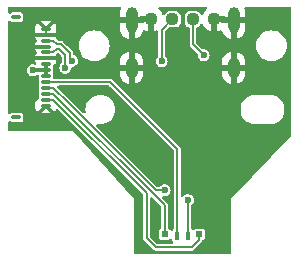
<source format=gbr>
%TF.GenerationSoftware,KiCad,Pcbnew,8.0.1*%
%TF.CreationDate,2024-03-21T19:56:43-04:00*%
%TF.ProjectId,001-v2,3030312d-7632-42e6-9b69-6361645f7063,rev?*%
%TF.SameCoordinates,Original*%
%TF.FileFunction,Copper,L1,Top*%
%TF.FilePolarity,Positive*%
%FSLAX46Y46*%
G04 Gerber Fmt 4.6, Leading zero omitted, Abs format (unit mm)*
G04 Created by KiCad (PCBNEW 8.0.1) date 2024-03-21 19:56:43*
%MOMM*%
%LPD*%
G01*
G04 APERTURE LIST*
G04 Aperture macros list*
%AMRoundRect*
0 Rectangle with rounded corners*
0 $1 Rounding radius*
0 $2 $3 $4 $5 $6 $7 $8 $9 X,Y pos of 4 corners*
0 Add a 4 corners polygon primitive as box body*
4,1,4,$2,$3,$4,$5,$6,$7,$8,$9,$2,$3,0*
0 Add four circle primitives for the rounded corners*
1,1,$1+$1,$2,$3*
1,1,$1+$1,$4,$5*
1,1,$1+$1,$6,$7*
1,1,$1+$1,$8,$9*
0 Add four rect primitives between the rounded corners*
20,1,$1+$1,$2,$3,$4,$5,0*
20,1,$1+$1,$4,$5,$6,$7,0*
20,1,$1+$1,$6,$7,$8,$9,0*
20,1,$1+$1,$8,$9,$2,$3,0*%
G04 Aperture macros list end*
%TA.AperFunction,SMDPad,CuDef*%
%ADD10RoundRect,0.237500X0.250000X0.237500X-0.250000X0.237500X-0.250000X-0.237500X0.250000X-0.237500X0*%
%TD*%
%TA.AperFunction,SMDPad,CuDef*%
%ADD11RoundRect,0.237500X-0.250000X-0.237500X0.250000X-0.237500X0.250000X0.237500X-0.250000X0.237500X0*%
%TD*%
%TA.AperFunction,SMDPad,CuDef*%
%ADD12R,0.600000X0.500000*%
%TD*%
%TA.AperFunction,SMDPad,CuDef*%
%ADD13R,0.440000X0.750000*%
%TD*%
%TA.AperFunction,SMDPad,CuDef*%
%ADD14RoundRect,0.100000X-0.300000X0.100000X-0.300000X-0.100000X0.300000X-0.100000X0.300000X0.100000X0*%
%TD*%
%TA.AperFunction,SMDPad,CuDef*%
%ADD15RoundRect,0.075000X-0.325000X0.075000X-0.325000X-0.075000X0.325000X-0.075000X0.325000X0.075000X0*%
%TD*%
%TA.AperFunction,ComponentPad*%
%ADD16O,1.000000X2.200000*%
%TD*%
%TA.AperFunction,ComponentPad*%
%ADD17O,1.000000X1.800000*%
%TD*%
%TA.AperFunction,ViaPad*%
%ADD18C,0.600000*%
%TD*%
%TA.AperFunction,Conductor*%
%ADD19C,0.300000*%
%TD*%
%TA.AperFunction,Conductor*%
%ADD20C,0.200000*%
%TD*%
%TA.AperFunction,Conductor*%
%ADD21C,0.150000*%
%TD*%
%TA.AperFunction,Conductor*%
%ADD22C,0.180000*%
%TD*%
G04 APERTURE END LIST*
D10*
%TO.P,R2,1*%
%TO.N,GND*%
X120038500Y-52070000D03*
%TO.P,R2,2*%
%TO.N,Net-(J1-CC2)*%
X118213500Y-52070000D03*
%TD*%
D11*
%TO.P,R1,1*%
%TO.N,GND*%
X114657500Y-52070000D03*
%TO.P,R1,2*%
%TO.N,Net-(J1-CC1)*%
X116482500Y-52070000D03*
%TD*%
D12*
%TO.P,D1,1,RK*%
%TO.N,RED*%
X115828000Y-70273000D03*
D13*
%TO.P,D1,2,A*%
%TO.N,ANNODE*%
X116898000Y-70398000D03*
%TO.P,D1,3,GK*%
%TO.N,GREEN*%
X117798000Y-70398000D03*
D12*
%TO.P,D1,4,BK*%
%TO.N,BLUE*%
X118748000Y-70273000D03*
%TD*%
D14*
%TO.P,J2,*%
%TO.N,*%
X103265600Y-51884000D03*
X103265600Y-60384000D03*
D15*
%TO.P,J2,1,Pin_1*%
%TO.N,GND*%
X105765600Y-52884000D03*
%TO.P,J2,2,Pin_2*%
X105765600Y-53384000D03*
%TO.P,J2,3,Pin_3*%
%TO.N,USBD+*%
X105765600Y-53884000D03*
%TO.P,J2,4,Pin_4*%
%TO.N,GND*%
X105765600Y-54384000D03*
%TO.P,J2,5,Pin_5*%
%TO.N,USBD-*%
X105765600Y-54884000D03*
%TO.P,J2,6,Pin_6*%
%TO.N,GND*%
X105765600Y-55384000D03*
%TO.P,J2,7,Pin_7*%
%TO.N,+5V*%
X105765600Y-55884000D03*
%TO.P,J2,8,Pin_8*%
X105765600Y-56384000D03*
%TO.P,J2,9,Pin_9*%
X105765600Y-56884000D03*
%TO.P,J2,10,Pin_10*%
%TO.N,ANNODE*%
X105765600Y-57384000D03*
%TO.P,J2,11,Pin_11*%
%TO.N,GREEN*%
X105765600Y-57884000D03*
%TO.P,J2,12,Pin_12*%
%TO.N,RED*%
X105765600Y-58384000D03*
%TO.P,J2,13,Pin_13*%
%TO.N,BLUE*%
X105765600Y-58884000D03*
%TO.P,J2,14,Pin_14*%
%TO.N,GND*%
X105765600Y-59384000D03*
%TD*%
D16*
%TO.P,J1,S1,SHIELD*%
%TO.N,GND*%
X113028000Y-52171500D03*
D17*
X113028000Y-56171500D03*
D16*
X121668000Y-52171500D03*
D17*
X121668000Y-56171500D03*
%TD*%
D18*
%TO.N,GND*%
X117602000Y-54864000D03*
X119888000Y-53848000D03*
X116078000Y-61214000D03*
X108458000Y-58674000D03*
X118872000Y-69088000D03*
X117856000Y-65786000D03*
X116078000Y-63500000D03*
X115062000Y-68580000D03*
X114046000Y-71374000D03*
X104394000Y-58166000D03*
X120904000Y-58674000D03*
X114808000Y-53594000D03*
X104140000Y-53340000D03*
X113538000Y-58674000D03*
X107950000Y-52070000D03*
X113284000Y-61976000D03*
%TO.N,Net-(J1-CC1)*%
X115570000Y-55626000D03*
%TO.N,Net-(J1-CC2)*%
X119126000Y-55118000D03*
%TO.N,+5V*%
X104648000Y-56388000D03*
%TO.N,USBD+*%
X107978843Y-55597157D03*
%TO.N,USBD-*%
X107413157Y-56162843D03*
%TO.N,GREEN*%
X115824000Y-66548000D03*
X117798000Y-67368000D03*
%TD*%
D19*
%TO.N,GND*%
X105765000Y-55384000D02*
X106922000Y-55384000D01*
X104184000Y-53384000D02*
X104140000Y-53340000D01*
D20*
X105765600Y-53384000D02*
X105765600Y-52884000D01*
D19*
X105765000Y-53384000D02*
X104184000Y-53384000D01*
X105765000Y-53384000D02*
X107144000Y-53384000D01*
X105765000Y-55384000D02*
X104152000Y-55384000D01*
X105765000Y-54384000D02*
X104648000Y-54384000D01*
D21*
%TO.N,Net-(J1-CC1)*%
X115570000Y-52982500D02*
X116482500Y-52070000D01*
X115570000Y-55626000D02*
X115570000Y-52982500D01*
%TO.N,Net-(J1-CC2)*%
X119126000Y-55118000D02*
X118213500Y-54205500D01*
X118213500Y-54205500D02*
X118213500Y-52070000D01*
D19*
%TO.N,+5V*%
X105765000Y-55884000D02*
X105765000Y-56884000D01*
X104652000Y-56384000D02*
X104648000Y-56388000D01*
X105765000Y-56384000D02*
X104652000Y-56384000D01*
D22*
%TO.N,USBD+*%
X106365001Y-53884000D02*
X106675001Y-54194000D01*
X107793158Y-54941834D02*
X107793158Y-55411472D01*
X105765000Y-53884000D02*
X106365001Y-53884000D01*
X107045324Y-54194000D02*
X107793158Y-54941834D01*
X107793158Y-55411472D02*
X107978843Y-55597157D01*
X106675001Y-54194000D02*
X107045324Y-54194000D01*
%TO.N,USBD-*%
X107413157Y-55099237D02*
X107413157Y-56162843D01*
X105765000Y-54884000D02*
X106365001Y-54884000D01*
X106365001Y-54884000D02*
X106675001Y-54574000D01*
X106887920Y-54574000D02*
X107413157Y-55099237D01*
X106675001Y-54574000D02*
X106887920Y-54574000D01*
D21*
%TO.N,ANNODE*%
X111232000Y-57384000D02*
X116898000Y-63050000D01*
X116898000Y-63050000D02*
X116898000Y-70398000D01*
X105765000Y-57384000D02*
X111232000Y-57384000D01*
%TO.N,GREEN*%
X106398000Y-57884000D02*
X107696000Y-59182000D01*
X115062000Y-66548000D02*
X115824000Y-66548000D01*
X117798000Y-67368000D02*
X117798000Y-70398000D01*
X113030000Y-64516000D02*
X115062000Y-66548000D01*
X105765000Y-57884000D02*
X106398000Y-57884000D01*
X107696000Y-59182000D02*
X113030000Y-64516000D01*
%TO.N,RED*%
X106390000Y-58384000D02*
X105765000Y-58384000D01*
X115828000Y-67822000D02*
X106390000Y-58384000D01*
X115828000Y-70273000D02*
X115828000Y-67822000D01*
%TO.N,BLUE*%
X115062000Y-71374000D02*
X118110000Y-71374000D01*
X105765000Y-58884000D02*
X106382000Y-58884000D01*
X114300000Y-66802000D02*
X114300000Y-70612000D01*
X118748000Y-70736000D02*
X118748000Y-70273000D01*
X118110000Y-71374000D02*
X118748000Y-70736000D01*
X114300000Y-70612000D02*
X115062000Y-71374000D01*
X106382000Y-58884000D02*
X114300000Y-66802000D01*
%TD*%
%TA.AperFunction,Conductor*%
%TO.N,GND*%
G36*
X114780703Y-67164764D02*
G01*
X114787181Y-67170796D01*
X115516181Y-67899796D01*
X115549666Y-67961119D01*
X115552500Y-67987477D01*
X115552500Y-69711934D01*
X115532815Y-69778973D01*
X115480011Y-69824728D01*
X115452691Y-69833551D01*
X115449770Y-69834131D01*
X115449769Y-69834132D01*
X115383447Y-69878447D01*
X115339132Y-69944769D01*
X115339131Y-69944770D01*
X115327500Y-70003247D01*
X115327500Y-70542752D01*
X115339131Y-70601229D01*
X115339132Y-70601230D01*
X115383447Y-70667552D01*
X115449769Y-70711867D01*
X115449770Y-70711868D01*
X115508247Y-70723499D01*
X115508250Y-70723500D01*
X115508252Y-70723500D01*
X116147750Y-70723500D01*
X116147751Y-70723499D01*
X116162568Y-70720552D01*
X116206229Y-70711868D01*
X116206229Y-70711867D01*
X116206231Y-70711867D01*
X116272552Y-70667552D01*
X116272551Y-70667552D01*
X116282707Y-70660767D01*
X116284810Y-70663915D01*
X116327142Y-70640801D01*
X116396834Y-70645785D01*
X116452767Y-70687657D01*
X116477184Y-70753121D01*
X116477500Y-70761967D01*
X116477500Y-70792752D01*
X116489132Y-70851230D01*
X116525467Y-70905609D01*
X116546345Y-70972287D01*
X116527860Y-71039667D01*
X116475882Y-71086357D01*
X116422365Y-71098500D01*
X115227478Y-71098500D01*
X115160439Y-71078815D01*
X115139797Y-71062181D01*
X114611819Y-70534203D01*
X114578334Y-70472880D01*
X114575500Y-70446522D01*
X114575500Y-67258477D01*
X114595185Y-67191438D01*
X114647989Y-67145683D01*
X114717147Y-67135739D01*
X114780703Y-67164764D01*
G37*
%TD.AperFunction*%
%TA.AperFunction,Conductor*%
G36*
X111133562Y-57679185D02*
G01*
X111154204Y-57695819D01*
X116586181Y-63127796D01*
X116619666Y-63189119D01*
X116622500Y-63215477D01*
X116622500Y-69752665D01*
X116602815Y-69819704D01*
X116567392Y-69855766D01*
X116566096Y-69856632D01*
X116533447Y-69878448D01*
X116506102Y-69919373D01*
X116452489Y-69964178D01*
X116383164Y-69972885D01*
X116320137Y-69942730D01*
X116299898Y-69919373D01*
X116272552Y-69878447D01*
X116206230Y-69834132D01*
X116206229Y-69834131D01*
X116203309Y-69833551D01*
X116197532Y-69830529D01*
X116194946Y-69829458D01*
X116195041Y-69829226D01*
X116141398Y-69801166D01*
X116106824Y-69740451D01*
X116103500Y-69711934D01*
X116103500Y-67767199D01*
X116096435Y-67750144D01*
X116096435Y-67750143D01*
X116061558Y-67665942D01*
X115655797Y-67260181D01*
X115622312Y-67198858D01*
X115627296Y-67129166D01*
X115669168Y-67073233D01*
X115734632Y-67048816D01*
X115743478Y-67048500D01*
X115895962Y-67048500D01*
X115895962Y-67048499D01*
X116034053Y-67007953D01*
X116155128Y-66930143D01*
X116249377Y-66821373D01*
X116309165Y-66690457D01*
X116329647Y-66548000D01*
X116309165Y-66405543D01*
X116249377Y-66274627D01*
X116155128Y-66165857D01*
X116034053Y-66088047D01*
X116034051Y-66088046D01*
X116034049Y-66088045D01*
X116034050Y-66088045D01*
X115895963Y-66047500D01*
X115895961Y-66047500D01*
X115752039Y-66047500D01*
X115752036Y-66047500D01*
X115613949Y-66088045D01*
X115492873Y-66165856D01*
X115437550Y-66229703D01*
X115378772Y-66267477D01*
X115343837Y-66272500D01*
X115227477Y-66272500D01*
X115160438Y-66252815D01*
X115139796Y-66236181D01*
X113280998Y-64377383D01*
X113280996Y-64377380D01*
X110061384Y-61157768D01*
X110027899Y-61096445D01*
X110032883Y-61026753D01*
X110074755Y-60970820D01*
X110140219Y-60946403D01*
X110159861Y-60946558D01*
X110347568Y-60962980D01*
X110364899Y-60964497D01*
X110364900Y-60964497D01*
X110364902Y-60964497D01*
X110393154Y-60962025D01*
X110582877Y-60945427D01*
X110794230Y-60888795D01*
X110992539Y-60796322D01*
X111171777Y-60670818D01*
X111326498Y-60516097D01*
X111452002Y-60336859D01*
X111544475Y-60138550D01*
X111601107Y-59927197D01*
X111620177Y-59709220D01*
X111620175Y-59709200D01*
X111616469Y-59666838D01*
X111601107Y-59491243D01*
X111544475Y-59279890D01*
X111452002Y-59081582D01*
X111452000Y-59081579D01*
X111451999Y-59081577D01*
X111326499Y-58902344D01*
X111267902Y-58843747D01*
X111171777Y-58747622D01*
X110992539Y-58622118D01*
X110992540Y-58622118D01*
X110992538Y-58622117D01*
X110893384Y-58575881D01*
X110794230Y-58529645D01*
X110794226Y-58529644D01*
X110794222Y-58529642D01*
X110582877Y-58473013D01*
X110364902Y-58453943D01*
X110364898Y-58453943D01*
X110219582Y-58466656D01*
X110146923Y-58473013D01*
X110146920Y-58473013D01*
X109935577Y-58529642D01*
X109935568Y-58529646D01*
X109737261Y-58622118D01*
X109737257Y-58622120D01*
X109558021Y-58747622D01*
X109403302Y-58902341D01*
X109277800Y-59081577D01*
X109277798Y-59081581D01*
X109185326Y-59279888D01*
X109185322Y-59279897D01*
X109128693Y-59491240D01*
X109128693Y-59491244D01*
X109109623Y-59709217D01*
X109109623Y-59709222D01*
X109127560Y-59914247D01*
X109113793Y-59982747D01*
X109065178Y-60032930D01*
X108997149Y-60048863D01*
X108931306Y-60025488D01*
X108916351Y-60012735D01*
X107946998Y-59043383D01*
X107946996Y-59043380D01*
X107362296Y-58458680D01*
X106774795Y-57871180D01*
X106741311Y-57809858D01*
X106746295Y-57740166D01*
X106788167Y-57684233D01*
X106853631Y-57659816D01*
X106862477Y-57659500D01*
X111066523Y-57659500D01*
X111133562Y-57679185D01*
G37*
%TD.AperFunction*%
%TA.AperFunction,Conductor*%
G36*
X112063583Y-51020185D02*
G01*
X112109338Y-51072989D01*
X112119282Y-51142147D01*
X112111105Y-51171952D01*
X112066430Y-51279806D01*
X112066427Y-51279818D01*
X112028000Y-51473004D01*
X112028000Y-51921500D01*
X112728000Y-51921500D01*
X112728000Y-52421500D01*
X112028000Y-52421500D01*
X112028000Y-52869995D01*
X112066427Y-53063181D01*
X112066430Y-53063193D01*
X112141807Y-53245171D01*
X112141814Y-53245184D01*
X112251248Y-53408962D01*
X112251251Y-53408966D01*
X112390533Y-53548248D01*
X112390537Y-53548251D01*
X112554315Y-53657685D01*
X112554328Y-53657692D01*
X112736308Y-53733069D01*
X112778000Y-53741362D01*
X112778000Y-52938488D01*
X112787940Y-52955705D01*
X112843795Y-53011560D01*
X112912204Y-53051056D01*
X112988504Y-53071500D01*
X113067496Y-53071500D01*
X113143796Y-53051056D01*
X113212205Y-53011560D01*
X113268060Y-52955705D01*
X113278000Y-52938488D01*
X113278000Y-53741362D01*
X113319690Y-53733069D01*
X113319692Y-53733069D01*
X113501671Y-53657692D01*
X113501684Y-53657685D01*
X113665462Y-53548251D01*
X113665466Y-53548248D01*
X113804748Y-53408966D01*
X113804751Y-53408962D01*
X113914185Y-53245184D01*
X113914192Y-53245171D01*
X113988150Y-53066618D01*
X114031990Y-53012214D01*
X114098284Y-52990149D01*
X114141715Y-52996364D01*
X114257348Y-53034680D01*
X114358351Y-53044999D01*
X114407499Y-53044998D01*
X114407500Y-53044998D01*
X114407500Y-52320000D01*
X114071000Y-52320000D01*
X114061646Y-52329353D01*
X114051315Y-52364539D01*
X113998511Y-52410294D01*
X113947000Y-52421500D01*
X113328000Y-52421500D01*
X113328000Y-51921500D01*
X113627000Y-51921500D01*
X113636353Y-51912146D01*
X113646685Y-51876961D01*
X113699489Y-51831206D01*
X113751000Y-51820000D01*
X114783500Y-51820000D01*
X114850539Y-51839685D01*
X114896294Y-51892489D01*
X114907500Y-51944000D01*
X114907500Y-53044999D01*
X114956640Y-53044999D01*
X114956654Y-53044998D01*
X115057650Y-53034681D01*
X115131495Y-53010211D01*
X115201324Y-53007809D01*
X115261366Y-53043540D01*
X115292559Y-53106061D01*
X115294500Y-53127917D01*
X115294500Y-55140397D01*
X115274815Y-55207436D01*
X115244941Y-55237313D01*
X115245577Y-55238047D01*
X115238874Y-55243855D01*
X115144623Y-55352626D01*
X115144622Y-55352628D01*
X115084834Y-55483543D01*
X115064353Y-55626000D01*
X115084834Y-55768456D01*
X115103670Y-55809700D01*
X115144623Y-55899373D01*
X115238872Y-56008143D01*
X115359947Y-56085953D01*
X115359950Y-56085954D01*
X115359949Y-56085954D01*
X115498036Y-56126499D01*
X115498038Y-56126500D01*
X115498039Y-56126500D01*
X115641962Y-56126500D01*
X115641962Y-56126499D01*
X115780053Y-56085953D01*
X115901128Y-56008143D01*
X115995377Y-55899373D01*
X116055165Y-55768457D01*
X116075647Y-55626000D01*
X116055165Y-55483543D01*
X115995377Y-55352627D01*
X115901128Y-55243857D01*
X115901125Y-55243855D01*
X115894423Y-55238047D01*
X115895552Y-55236743D01*
X115856701Y-55191898D01*
X115845500Y-55140397D01*
X115845500Y-53147977D01*
X115865185Y-53080938D01*
X115881819Y-53060296D01*
X116160296Y-52781819D01*
X116221619Y-52748334D01*
X116247977Y-52745500D01*
X116785260Y-52745500D01*
X116814849Y-52742725D01*
X116939475Y-52699116D01*
X117045711Y-52620711D01*
X117124116Y-52514475D01*
X117167725Y-52389849D01*
X117169803Y-52367688D01*
X117170500Y-52360260D01*
X117170500Y-51779739D01*
X117167725Y-51750150D01*
X117143255Y-51680220D01*
X117124116Y-51625525D01*
X117124113Y-51625521D01*
X117045711Y-51519289D01*
X117045710Y-51519288D01*
X116939476Y-51440884D01*
X116814848Y-51397274D01*
X116814849Y-51397274D01*
X116785260Y-51394500D01*
X116785256Y-51394500D01*
X116179744Y-51394500D01*
X116179740Y-51394500D01*
X116150150Y-51397274D01*
X116025523Y-51440884D01*
X115919289Y-51519288D01*
X115919288Y-51519289D01*
X115840884Y-51625523D01*
X115838439Y-51630150D01*
X115789707Y-51680220D01*
X115721641Y-51695994D01*
X115655852Y-51672466D01*
X115613227Y-51617104D01*
X115611106Y-51611205D01*
X115580454Y-51518701D01*
X115580448Y-51518688D01*
X115489947Y-51371965D01*
X115489944Y-51371961D01*
X115368037Y-51250054D01*
X115335586Y-51230038D01*
X115288862Y-51178090D01*
X115277641Y-51109127D01*
X115305485Y-51045045D01*
X115363554Y-51006190D01*
X115400684Y-51000500D01*
X119295316Y-51000500D01*
X119362355Y-51020185D01*
X119408110Y-51072989D01*
X119418054Y-51142147D01*
X119389029Y-51205703D01*
X119360414Y-51230038D01*
X119327962Y-51250054D01*
X119206055Y-51371961D01*
X119206052Y-51371965D01*
X119115551Y-51518688D01*
X119115546Y-51518699D01*
X119084893Y-51611206D01*
X119045120Y-51668651D01*
X118980605Y-51695474D01*
X118911829Y-51683159D01*
X118860629Y-51635616D01*
X118857557Y-51630144D01*
X118855117Y-51625529D01*
X118855116Y-51625525D01*
X118776711Y-51519289D01*
X118776710Y-51519288D01*
X118670476Y-51440884D01*
X118545848Y-51397274D01*
X118545849Y-51397274D01*
X118516260Y-51394500D01*
X118516256Y-51394500D01*
X117910744Y-51394500D01*
X117910740Y-51394500D01*
X117881150Y-51397274D01*
X117756523Y-51440884D01*
X117650289Y-51519288D01*
X117650288Y-51519289D01*
X117571884Y-51625523D01*
X117528274Y-51750150D01*
X117525500Y-51779739D01*
X117525500Y-52360260D01*
X117528274Y-52389849D01*
X117571884Y-52514476D01*
X117650288Y-52620710D01*
X117650289Y-52620711D01*
X117756525Y-52699116D01*
X117813296Y-52718981D01*
X117854955Y-52733559D01*
X117911731Y-52774281D01*
X117937478Y-52839234D01*
X117938000Y-52850600D01*
X117938000Y-54260300D01*
X117958264Y-54309220D01*
X117979943Y-54361558D01*
X117979944Y-54361559D01*
X118591048Y-54972663D01*
X118624533Y-55033986D01*
X118626105Y-55077989D01*
X118620353Y-55117998D01*
X118620353Y-55117999D01*
X118640834Y-55260456D01*
X118700622Y-55391371D01*
X118700623Y-55391373D01*
X118794872Y-55500143D01*
X118915947Y-55577953D01*
X118915950Y-55577954D01*
X118915949Y-55577954D01*
X119022039Y-55609104D01*
X119041056Y-55614688D01*
X119054036Y-55618499D01*
X119054038Y-55618500D01*
X119054039Y-55618500D01*
X119197962Y-55618500D01*
X119197962Y-55618499D01*
X119336053Y-55577953D01*
X119457128Y-55500143D01*
X119551377Y-55391373D01*
X119611165Y-55260457D01*
X119631647Y-55118000D01*
X119611165Y-54975543D01*
X119551377Y-54844627D01*
X119457128Y-54735857D01*
X119336053Y-54658047D01*
X119336051Y-54658046D01*
X119336049Y-54658045D01*
X119336050Y-54658045D01*
X119197963Y-54617500D01*
X119197961Y-54617500D01*
X119066477Y-54617500D01*
X118999438Y-54597815D01*
X118978796Y-54581181D01*
X118706835Y-54309220D01*
X123556652Y-54309220D01*
X123576484Y-54535906D01*
X123576486Y-54535917D01*
X123635378Y-54755708D01*
X123635381Y-54755717D01*
X123731551Y-54961952D01*
X123731552Y-54961954D01*
X123862074Y-55148361D01*
X124022978Y-55309265D01*
X124022981Y-55309267D01*
X124209386Y-55439788D01*
X124415624Y-55535959D01*
X124635428Y-55594855D01*
X124797350Y-55609021D01*
X124862118Y-55614688D01*
X124862120Y-55614688D01*
X124862122Y-55614688D01*
X124918793Y-55609729D01*
X125088812Y-55594855D01*
X125308616Y-55535959D01*
X125514854Y-55439788D01*
X125701259Y-55309267D01*
X125862167Y-55148359D01*
X125992688Y-54961954D01*
X126088859Y-54755716D01*
X126147755Y-54535912D01*
X126167588Y-54309220D01*
X126147755Y-54082528D01*
X126094510Y-53883815D01*
X126088861Y-53862731D01*
X126088858Y-53862722D01*
X126063580Y-53808514D01*
X125992688Y-53656486D01*
X125862167Y-53470081D01*
X125862165Y-53470078D01*
X125701261Y-53309174D01*
X125514854Y-53178652D01*
X125514852Y-53178651D01*
X125308617Y-53082481D01*
X125308608Y-53082478D01*
X125088817Y-53023586D01*
X125088813Y-53023585D01*
X125088812Y-53023585D01*
X125088811Y-53023584D01*
X125088806Y-53023584D01*
X124862122Y-53003752D01*
X124862118Y-53003752D01*
X124635433Y-53023584D01*
X124635422Y-53023586D01*
X124415631Y-53082478D01*
X124415622Y-53082481D01*
X124209387Y-53178651D01*
X124209385Y-53178652D01*
X124022978Y-53309174D01*
X123862074Y-53470078D01*
X123731552Y-53656485D01*
X123731551Y-53656487D01*
X123635381Y-53862722D01*
X123635378Y-53862731D01*
X123576486Y-54082522D01*
X123576484Y-54082533D01*
X123556652Y-54309218D01*
X123556652Y-54309220D01*
X118706835Y-54309220D01*
X118525319Y-54127704D01*
X118491834Y-54066381D01*
X118489000Y-54040023D01*
X118489000Y-52850600D01*
X118508685Y-52783561D01*
X118561489Y-52737806D01*
X118572045Y-52733559D01*
X118603833Y-52722435D01*
X118670475Y-52699116D01*
X118776711Y-52620711D01*
X118855116Y-52514475D01*
X118855117Y-52514470D01*
X118857555Y-52509859D01*
X118906282Y-52459785D01*
X118974346Y-52444004D01*
X119040138Y-52467526D01*
X119082767Y-52522884D01*
X119084893Y-52528793D01*
X119115546Y-52621300D01*
X119115551Y-52621311D01*
X119206052Y-52768034D01*
X119206055Y-52768038D01*
X119327961Y-52889944D01*
X119327965Y-52889947D01*
X119474688Y-52980448D01*
X119474699Y-52980453D01*
X119638347Y-53034680D01*
X119739351Y-53044999D01*
X119788499Y-53044998D01*
X119788500Y-53044998D01*
X119788500Y-51944000D01*
X119808185Y-51876961D01*
X119860989Y-51831206D01*
X119912500Y-51820000D01*
X120945000Y-51820000D01*
X121012039Y-51839685D01*
X121057794Y-51892489D01*
X121062744Y-51915244D01*
X121069000Y-51921500D01*
X121368000Y-51921500D01*
X121368000Y-52421500D01*
X120749000Y-52421500D01*
X120681961Y-52401815D01*
X120636206Y-52349011D01*
X120631255Y-52326255D01*
X120625000Y-52320000D01*
X120288500Y-52320000D01*
X120288500Y-53044999D01*
X120337640Y-53044999D01*
X120337654Y-53044998D01*
X120438652Y-53034680D01*
X120554284Y-52996364D01*
X120624112Y-52993962D01*
X120684154Y-53029694D01*
X120707849Y-53066618D01*
X120781807Y-53245171D01*
X120781814Y-53245184D01*
X120891248Y-53408962D01*
X120891251Y-53408966D01*
X121030533Y-53548248D01*
X121030537Y-53548251D01*
X121194315Y-53657685D01*
X121194328Y-53657692D01*
X121376308Y-53733069D01*
X121418000Y-53741362D01*
X121418000Y-52938488D01*
X121427940Y-52955705D01*
X121483795Y-53011560D01*
X121552204Y-53051056D01*
X121628504Y-53071500D01*
X121707496Y-53071500D01*
X121783796Y-53051056D01*
X121852205Y-53011560D01*
X121908060Y-52955705D01*
X121918000Y-52938488D01*
X121918000Y-53741362D01*
X121959690Y-53733069D01*
X121959692Y-53733069D01*
X122141671Y-53657692D01*
X122141684Y-53657685D01*
X122305462Y-53548251D01*
X122305466Y-53548248D01*
X122444748Y-53408966D01*
X122444751Y-53408962D01*
X122554185Y-53245184D01*
X122554192Y-53245171D01*
X122629569Y-53063193D01*
X122629572Y-53063181D01*
X122667999Y-52869995D01*
X122668000Y-52869992D01*
X122668000Y-52421500D01*
X121968000Y-52421500D01*
X121968000Y-51921500D01*
X122668000Y-51921500D01*
X122668000Y-51473008D01*
X122667999Y-51473004D01*
X122629572Y-51279818D01*
X122629569Y-51279806D01*
X122584895Y-51171952D01*
X122577426Y-51102483D01*
X122608701Y-51040004D01*
X122668790Y-51004352D01*
X122699456Y-51000500D01*
X126421500Y-51000500D01*
X126488539Y-51020185D01*
X126534294Y-51072989D01*
X126545500Y-51124500D01*
X126545500Y-61846192D01*
X126525815Y-61913231D01*
X126511290Y-61931712D01*
X121523552Y-67168463D01*
X121521446Y-67170622D01*
X121495826Y-67196243D01*
X121495452Y-67196834D01*
X121493803Y-67199368D01*
X121493409Y-67199957D01*
X121480368Y-67233741D01*
X121479251Y-67236534D01*
X121465393Y-67269992D01*
X121465269Y-67270710D01*
X121464719Y-67273661D01*
X121464580Y-67274355D01*
X121465463Y-67310557D01*
X121465500Y-67313578D01*
X121465500Y-71811500D01*
X121445815Y-71878539D01*
X121393011Y-71924294D01*
X121341500Y-71935500D01*
X113354500Y-71935500D01*
X113287461Y-71915815D01*
X113241706Y-71863011D01*
X113230500Y-71811500D01*
X113230500Y-67317726D01*
X113230640Y-67311830D01*
X113230701Y-67310557D01*
X113232170Y-67279700D01*
X113232169Y-67279696D01*
X113231869Y-67277690D01*
X113231765Y-67276296D01*
X113231271Y-67273461D01*
X113230894Y-67272103D01*
X113230500Y-67270121D01*
X113230500Y-67270118D01*
X113218183Y-67240384D01*
X113216067Y-67234907D01*
X113212701Y-67225543D01*
X113205186Y-67204639D01*
X113205184Y-67204637D01*
X113204143Y-67202904D01*
X113203512Y-67201652D01*
X113201964Y-67199212D01*
X113201096Y-67198102D01*
X113199977Y-67196427D01*
X113194988Y-67191438D01*
X113177226Y-67173676D01*
X113173174Y-67169426D01*
X113168936Y-67164764D01*
X108132453Y-61624635D01*
X108121098Y-61610106D01*
X108119975Y-61608425D01*
X108097211Y-61585661D01*
X108093160Y-61581412D01*
X108071531Y-61557620D01*
X108069902Y-61556416D01*
X108068826Y-61555489D01*
X108066492Y-61553848D01*
X108065270Y-61553157D01*
X108063576Y-61552025D01*
X108063574Y-61552024D01*
X108033840Y-61539707D01*
X108028468Y-61537330D01*
X107999375Y-61523624D01*
X107997413Y-61523136D01*
X107996080Y-61522696D01*
X107993269Y-61522067D01*
X107991882Y-61521897D01*
X107989886Y-61521500D01*
X107989882Y-61521500D01*
X107957728Y-61521500D01*
X107951830Y-61521360D01*
X107919698Y-61519829D01*
X107917697Y-61520130D01*
X107899315Y-61521500D01*
X102686500Y-61521500D01*
X102619461Y-61501815D01*
X102573706Y-61449011D01*
X102562500Y-61397500D01*
X102562500Y-60805233D01*
X102582185Y-60738194D01*
X102634989Y-60692439D01*
X102704147Y-60682495D01*
X102767703Y-60711520D01*
X102774181Y-60717552D01*
X102792835Y-60736206D01*
X102895609Y-60781585D01*
X102920735Y-60784500D01*
X103610464Y-60784499D01*
X103610479Y-60784497D01*
X103610482Y-60784497D01*
X103635587Y-60781586D01*
X103635588Y-60781585D01*
X103635591Y-60781585D01*
X103738365Y-60736206D01*
X103817806Y-60656765D01*
X103863185Y-60553991D01*
X103866100Y-60528865D01*
X103866099Y-60239136D01*
X103866097Y-60239117D01*
X103863186Y-60214012D01*
X103863185Y-60214010D01*
X103863185Y-60214009D01*
X103817806Y-60111235D01*
X103738365Y-60031794D01*
X103723549Y-60025252D01*
X105336478Y-60025252D01*
X105402904Y-60033999D01*
X105402916Y-60034000D01*
X106128284Y-60034000D01*
X106128295Y-60033999D01*
X106194720Y-60025253D01*
X106194720Y-60025252D01*
X105765601Y-59596132D01*
X105765600Y-59596132D01*
X105336478Y-60025252D01*
X103723549Y-60025252D01*
X103635592Y-59986415D01*
X103610465Y-59983500D01*
X102920743Y-59983500D01*
X102920717Y-59983502D01*
X102895612Y-59986413D01*
X102895608Y-59986415D01*
X102792835Y-60031793D01*
X102792834Y-60031794D01*
X102774181Y-60050448D01*
X102712858Y-60083933D01*
X102643166Y-60078949D01*
X102587233Y-60037077D01*
X102562816Y-59971613D01*
X102562500Y-59962767D01*
X102562500Y-56388000D01*
X104142353Y-56388000D01*
X104162834Y-56530456D01*
X104184573Y-56578056D01*
X104222623Y-56661373D01*
X104316872Y-56770143D01*
X104437947Y-56847953D01*
X104437950Y-56847954D01*
X104437949Y-56847954D01*
X104576036Y-56888499D01*
X104576038Y-56888500D01*
X104576039Y-56888500D01*
X104719962Y-56888500D01*
X104719962Y-56888499D01*
X104858050Y-56847954D01*
X104858051Y-56847954D01*
X104891898Y-56826202D01*
X104974062Y-56773398D01*
X105041099Y-56753714D01*
X105108139Y-56773398D01*
X105153894Y-56826202D01*
X105165100Y-56877713D01*
X105165100Y-56986129D01*
X105181086Y-57066498D01*
X105185759Y-57077780D01*
X105184314Y-57078378D01*
X105201036Y-57131788D01*
X105185082Y-57189938D01*
X105185759Y-57190219D01*
X105183526Y-57195609D01*
X105182550Y-57199168D01*
X105181150Y-57201345D01*
X105181084Y-57201505D01*
X105165100Y-57281863D01*
X105165100Y-57486129D01*
X105181086Y-57566498D01*
X105185759Y-57577780D01*
X105184314Y-57578378D01*
X105201036Y-57631788D01*
X105185082Y-57689938D01*
X105185759Y-57690219D01*
X105183526Y-57695609D01*
X105182550Y-57699168D01*
X105181150Y-57701345D01*
X105181084Y-57701505D01*
X105165100Y-57781863D01*
X105165100Y-57986129D01*
X105181086Y-58066498D01*
X105185759Y-58077780D01*
X105184314Y-58078378D01*
X105201036Y-58131788D01*
X105185082Y-58189938D01*
X105185759Y-58190219D01*
X105183526Y-58195609D01*
X105182550Y-58199168D01*
X105181150Y-58201345D01*
X105181084Y-58201505D01*
X105165100Y-58281863D01*
X105165100Y-58486129D01*
X105165101Y-58486132D01*
X105179817Y-58560122D01*
X105181086Y-58566498D01*
X105185759Y-58577780D01*
X105184314Y-58578378D01*
X105201036Y-58631788D01*
X105185082Y-58689938D01*
X105185759Y-58690219D01*
X105183526Y-58695609D01*
X105182550Y-58699168D01*
X105181150Y-58701345D01*
X105181084Y-58701504D01*
X105165105Y-58781836D01*
X105132720Y-58843747D01*
X105072004Y-58878321D01*
X105055536Y-58879696D01*
X105030503Y-58898905D01*
X104938338Y-59019018D01*
X104938336Y-59019020D01*
X104880401Y-59158891D01*
X104880400Y-59158895D01*
X104865600Y-59271302D01*
X104865600Y-59496697D01*
X104880400Y-59609104D01*
X104880401Y-59609108D01*
X104938336Y-59748978D01*
X105030508Y-59869098D01*
X105051930Y-59885536D01*
X105553468Y-59384000D01*
X105553468Y-59358499D01*
X105573153Y-59291460D01*
X105625957Y-59245705D01*
X105677465Y-59234499D01*
X105776870Y-59234499D01*
X105843908Y-59254184D01*
X105864550Y-59270818D01*
X106479266Y-59885535D01*
X106500696Y-59869093D01*
X106592861Y-59748981D01*
X106592863Y-59748979D01*
X106599314Y-59733404D01*
X106643153Y-59678999D01*
X106709447Y-59656932D01*
X106777146Y-59674209D01*
X106801557Y-59693172D01*
X113988181Y-66879796D01*
X114021666Y-66941119D01*
X114024500Y-66967477D01*
X114024500Y-70666800D01*
X114066443Y-70768058D01*
X114066444Y-70768059D01*
X114905942Y-71607558D01*
X114905944Y-71607560D01*
X114984257Y-71639997D01*
X115007200Y-71649500D01*
X115007202Y-71649500D01*
X118164799Y-71649500D01*
X118164800Y-71649500D01*
X118266058Y-71607557D01*
X118343557Y-71530058D01*
X118343556Y-71530058D01*
X118402125Y-71471489D01*
X118981557Y-70892059D01*
X118998468Y-70851231D01*
X119023500Y-70790800D01*
X119023500Y-70790799D01*
X119024543Y-70788282D01*
X119068384Y-70733879D01*
X119114911Y-70714118D01*
X119126231Y-70711867D01*
X119192552Y-70667552D01*
X119236867Y-70601231D01*
X119236867Y-70601229D01*
X119236868Y-70601229D01*
X119248499Y-70542752D01*
X119248500Y-70542750D01*
X119248500Y-70003249D01*
X119248499Y-70003247D01*
X119236868Y-69944770D01*
X119236867Y-69944769D01*
X119192552Y-69878447D01*
X119126230Y-69834132D01*
X119126229Y-69834131D01*
X119067752Y-69822500D01*
X119067748Y-69822500D01*
X118428252Y-69822500D01*
X118428247Y-69822500D01*
X118369770Y-69834131D01*
X118369766Y-69834133D01*
X118301890Y-69879487D01*
X118235213Y-69900365D01*
X118167833Y-69881880D01*
X118164110Y-69879488D01*
X118128610Y-69855768D01*
X118083805Y-69802156D01*
X118073500Y-69752665D01*
X118073500Y-67853601D01*
X118093185Y-67786562D01*
X118123063Y-67756685D01*
X118122426Y-67755950D01*
X118129120Y-67750147D01*
X118129128Y-67750143D01*
X118223377Y-67641373D01*
X118283165Y-67510457D01*
X118303647Y-67368000D01*
X118283165Y-67225543D01*
X118223377Y-67094627D01*
X118129128Y-66985857D01*
X118008053Y-66908047D01*
X118008051Y-66908046D01*
X118008049Y-66908045D01*
X118008050Y-66908045D01*
X117869963Y-66867500D01*
X117869961Y-66867500D01*
X117726039Y-66867500D01*
X117726036Y-66867500D01*
X117587949Y-66908045D01*
X117466873Y-66985856D01*
X117391213Y-67073173D01*
X117332435Y-67110947D01*
X117262565Y-67110947D01*
X117203787Y-67073173D01*
X117174762Y-67009617D01*
X117173500Y-66991970D01*
X117173500Y-62995201D01*
X117173500Y-62995200D01*
X117131557Y-62893942D01*
X117054058Y-62816443D01*
X113946820Y-59709205D01*
X122260094Y-59709205D01*
X122277207Y-59915730D01*
X122328082Y-60116633D01*
X122411331Y-60306423D01*
X122470166Y-60396476D01*
X122524682Y-60479918D01*
X122665043Y-60632391D01*
X122665046Y-60632393D01*
X122665049Y-60632396D01*
X122709404Y-60666918D01*
X122828586Y-60759682D01*
X122828589Y-60759684D01*
X122828591Y-60759685D01*
X122896291Y-60796322D01*
X123010850Y-60858318D01*
X123099621Y-60888793D01*
X123206859Y-60925608D01*
X123206861Y-60925608D01*
X123206863Y-60925609D01*
X123411279Y-60959720D01*
X123411280Y-60959720D01*
X124766740Y-60959720D01*
X124767148Y-60959680D01*
X124818517Y-60959680D01*
X124818518Y-60959680D01*
X125022927Y-60925570D01*
X125218934Y-60858281D01*
X125401192Y-60759648D01*
X125564730Y-60632361D01*
X125705087Y-60479893D01*
X125818434Y-60306403D01*
X125901679Y-60116622D01*
X125952553Y-59915728D01*
X125952676Y-59914247D01*
X125969666Y-59709206D01*
X125969666Y-59709193D01*
X125952554Y-59502679D01*
X125952553Y-59502676D01*
X125952553Y-59502672D01*
X125901679Y-59301778D01*
X125818434Y-59111997D01*
X125818420Y-59111976D01*
X125705088Y-58938509D01*
X125705087Y-58938507D01*
X125564730Y-58786039D01*
X125401192Y-58658752D01*
X125401191Y-58658751D01*
X125401188Y-58658749D01*
X125401186Y-58658748D01*
X125218940Y-58560122D01*
X125218937Y-58560120D01*
X125218934Y-58560119D01*
X125218931Y-58560118D01*
X125218929Y-58560117D01*
X125022930Y-58492830D01*
X124869620Y-58467247D01*
X124818518Y-58458720D01*
X124818517Y-58458720D01*
X123566302Y-58458720D01*
X123566166Y-58458680D01*
X123514900Y-58458680D01*
X123411279Y-58458680D01*
X123370395Y-58465502D01*
X123206859Y-58492791D01*
X123010854Y-58560080D01*
X123010843Y-58560085D01*
X122828591Y-58658714D01*
X122828582Y-58658721D01*
X122665049Y-58786003D01*
X122665046Y-58786006D01*
X122665043Y-58786008D01*
X122665043Y-58786009D01*
X122634057Y-58819668D01*
X122524683Y-58938480D01*
X122524680Y-58938484D01*
X122411331Y-59111976D01*
X122328082Y-59301766D01*
X122277207Y-59502669D01*
X122260094Y-59709194D01*
X122260094Y-59709205D01*
X113946820Y-59709205D01*
X111388058Y-57150443D01*
X111286800Y-57108500D01*
X106490100Y-57108500D01*
X106423061Y-57088815D01*
X106377306Y-57036011D01*
X106366100Y-56984501D01*
X106366099Y-56781870D01*
X106366099Y-56781868D01*
X106350115Y-56701505D01*
X106350113Y-56701502D01*
X106345441Y-56690222D01*
X106346885Y-56689623D01*
X106340740Y-56669995D01*
X112028000Y-56669995D01*
X112066427Y-56863181D01*
X112066430Y-56863193D01*
X112141807Y-57045171D01*
X112141814Y-57045184D01*
X112251248Y-57208962D01*
X112251251Y-57208966D01*
X112390533Y-57348248D01*
X112390537Y-57348251D01*
X112554315Y-57457685D01*
X112554328Y-57457692D01*
X112736308Y-57533069D01*
X112778000Y-57541362D01*
X112778000Y-56738488D01*
X112787940Y-56755705D01*
X112843795Y-56811560D01*
X112912204Y-56851056D01*
X112988504Y-56871500D01*
X113067496Y-56871500D01*
X113143796Y-56851056D01*
X113212205Y-56811560D01*
X113268060Y-56755705D01*
X113278000Y-56738488D01*
X113278000Y-57541362D01*
X113319690Y-57533069D01*
X113319692Y-57533069D01*
X113501671Y-57457692D01*
X113501684Y-57457685D01*
X113665462Y-57348251D01*
X113665466Y-57348248D01*
X113804748Y-57208966D01*
X113804751Y-57208962D01*
X113914185Y-57045184D01*
X113914192Y-57045171D01*
X113989569Y-56863193D01*
X113989572Y-56863181D01*
X114027999Y-56669995D01*
X120668000Y-56669995D01*
X120706427Y-56863181D01*
X120706430Y-56863193D01*
X120781807Y-57045171D01*
X120781814Y-57045184D01*
X120891248Y-57208962D01*
X120891251Y-57208966D01*
X121030533Y-57348248D01*
X121030537Y-57348251D01*
X121194315Y-57457685D01*
X121194328Y-57457692D01*
X121376308Y-57533069D01*
X121418000Y-57541362D01*
X121418000Y-56738488D01*
X121427940Y-56755705D01*
X121483795Y-56811560D01*
X121552204Y-56851056D01*
X121628504Y-56871500D01*
X121707496Y-56871500D01*
X121783796Y-56851056D01*
X121852205Y-56811560D01*
X121908060Y-56755705D01*
X121918000Y-56738488D01*
X121918000Y-57541362D01*
X121959690Y-57533069D01*
X121959692Y-57533069D01*
X122141671Y-57457692D01*
X122141684Y-57457685D01*
X122305462Y-57348251D01*
X122305466Y-57348248D01*
X122444748Y-57208966D01*
X122444751Y-57208962D01*
X122554185Y-57045184D01*
X122554192Y-57045171D01*
X122629569Y-56863193D01*
X122629572Y-56863181D01*
X122667999Y-56669995D01*
X122668000Y-56669992D01*
X122668000Y-56421500D01*
X121968000Y-56421500D01*
X121968000Y-55921500D01*
X122668000Y-55921500D01*
X122668000Y-55673008D01*
X122667999Y-55673004D01*
X122629572Y-55479818D01*
X122629569Y-55479806D01*
X122554192Y-55297828D01*
X122554185Y-55297815D01*
X122444751Y-55134037D01*
X122444748Y-55134033D01*
X122305466Y-54994751D01*
X122305462Y-54994748D01*
X122141684Y-54885314D01*
X122141671Y-54885307D01*
X121959691Y-54809929D01*
X121959683Y-54809927D01*
X121918000Y-54801635D01*
X121918000Y-55604511D01*
X121908060Y-55587295D01*
X121852205Y-55531440D01*
X121783796Y-55491944D01*
X121707496Y-55471500D01*
X121628504Y-55471500D01*
X121552204Y-55491944D01*
X121483795Y-55531440D01*
X121427940Y-55587295D01*
X121418000Y-55604511D01*
X121418000Y-54801636D01*
X121417999Y-54801635D01*
X121376316Y-54809927D01*
X121376308Y-54809929D01*
X121194328Y-54885307D01*
X121194315Y-54885314D01*
X121030537Y-54994748D01*
X121030533Y-54994751D01*
X120891251Y-55134033D01*
X120891248Y-55134037D01*
X120781814Y-55297815D01*
X120781807Y-55297828D01*
X120706430Y-55479806D01*
X120706427Y-55479818D01*
X120668000Y-55673004D01*
X120668000Y-55921500D01*
X121368000Y-55921500D01*
X121368000Y-56421500D01*
X120668000Y-56421500D01*
X120668000Y-56669995D01*
X114027999Y-56669995D01*
X114028000Y-56669992D01*
X114028000Y-56421500D01*
X113328000Y-56421500D01*
X113328000Y-55921500D01*
X114028000Y-55921500D01*
X114028000Y-55673008D01*
X114027999Y-55673004D01*
X113989572Y-55479818D01*
X113989569Y-55479806D01*
X113914192Y-55297828D01*
X113914185Y-55297815D01*
X113804751Y-55134037D01*
X113804748Y-55134033D01*
X113665466Y-54994751D01*
X113665462Y-54994748D01*
X113501684Y-54885314D01*
X113501671Y-54885307D01*
X113319691Y-54809929D01*
X113319683Y-54809927D01*
X113278000Y-54801635D01*
X113278000Y-55604511D01*
X113268060Y-55587295D01*
X113212205Y-55531440D01*
X113143796Y-55491944D01*
X113067496Y-55471500D01*
X112988504Y-55471500D01*
X112912204Y-55491944D01*
X112843795Y-55531440D01*
X112787940Y-55587295D01*
X112778000Y-55604511D01*
X112778000Y-54801636D01*
X112777999Y-54801635D01*
X112736316Y-54809927D01*
X112736308Y-54809929D01*
X112554328Y-54885307D01*
X112554315Y-54885314D01*
X112390537Y-54994748D01*
X112390533Y-54994751D01*
X112251251Y-55134033D01*
X112251248Y-55134037D01*
X112141814Y-55297815D01*
X112141807Y-55297828D01*
X112066430Y-55479806D01*
X112066427Y-55479818D01*
X112028000Y-55673004D01*
X112028000Y-55921500D01*
X112728000Y-55921500D01*
X112728000Y-56421500D01*
X112028000Y-56421500D01*
X112028000Y-56669995D01*
X106340740Y-56669995D01*
X106330163Y-56636211D01*
X106346117Y-56578056D01*
X106345442Y-56577777D01*
X106347670Y-56572396D01*
X106348649Y-56568831D01*
X106350052Y-56566647D01*
X106350116Y-56566493D01*
X106366099Y-56486136D01*
X106366100Y-56486133D01*
X106366099Y-56281868D01*
X106350115Y-56201505D01*
X106350113Y-56201502D01*
X106345441Y-56190222D01*
X106346885Y-56189623D01*
X106330163Y-56136211D01*
X106346117Y-56078056D01*
X106345442Y-56077777D01*
X106347670Y-56072396D01*
X106348649Y-56068831D01*
X106350052Y-56066647D01*
X106350114Y-56066497D01*
X106350114Y-56066496D01*
X106350115Y-56066495D01*
X106366094Y-55986163D01*
X106398478Y-55924253D01*
X106459194Y-55889679D01*
X106475659Y-55888304D01*
X106500696Y-55869093D01*
X106592861Y-55748981D01*
X106592863Y-55748979D01*
X106650798Y-55609108D01*
X106650799Y-55609104D01*
X106665599Y-55496697D01*
X106665600Y-55496683D01*
X106665600Y-55271316D01*
X106665599Y-55271302D01*
X106650800Y-55158897D01*
X106638611Y-55129471D01*
X106631142Y-55060002D01*
X106662416Y-54997522D01*
X106665422Y-54994407D01*
X106693783Y-54966046D01*
X106755101Y-54932564D01*
X106824793Y-54937548D01*
X106869140Y-54966049D01*
X107086338Y-55183247D01*
X107119823Y-55244570D01*
X107122657Y-55270928D01*
X107122657Y-55688866D01*
X107102972Y-55755905D01*
X107087528Y-55773730D01*
X107087837Y-55773998D01*
X107082030Y-55780699D01*
X107082029Y-55780700D01*
X107056901Y-55809700D01*
X106987780Y-55889469D01*
X106987779Y-55889471D01*
X106927991Y-56020386D01*
X106907510Y-56162843D01*
X106927991Y-56305299D01*
X106965760Y-56388000D01*
X106987780Y-56436216D01*
X107082029Y-56544986D01*
X107203104Y-56622796D01*
X107203107Y-56622797D01*
X107203106Y-56622797D01*
X107341193Y-56663342D01*
X107341195Y-56663343D01*
X107341196Y-56663343D01*
X107485119Y-56663343D01*
X107485119Y-56663342D01*
X107623210Y-56622796D01*
X107744285Y-56544986D01*
X107838534Y-56436216D01*
X107898322Y-56305300D01*
X107912885Y-56204009D01*
X107941910Y-56140455D01*
X108000688Y-56102680D01*
X108035623Y-56097657D01*
X108050805Y-56097657D01*
X108050805Y-56097656D01*
X108188896Y-56057110D01*
X108309971Y-55979300D01*
X108404220Y-55870530D01*
X108464008Y-55739614D01*
X108484490Y-55597157D01*
X108464008Y-55454700D01*
X108404220Y-55323784D01*
X108309971Y-55215014D01*
X108188896Y-55137204D01*
X108188894Y-55137203D01*
X108172720Y-55132454D01*
X108113943Y-55094678D01*
X108084920Y-55031122D01*
X108083658Y-55013478D01*
X108083658Y-54903591D01*
X108083658Y-54903589D01*
X108063861Y-54829705D01*
X108025616Y-54763463D01*
X107971529Y-54709376D01*
X107571373Y-54309220D01*
X108556652Y-54309220D01*
X108576484Y-54535906D01*
X108576486Y-54535917D01*
X108635378Y-54755708D01*
X108635381Y-54755717D01*
X108731551Y-54961952D01*
X108731552Y-54961954D01*
X108862074Y-55148361D01*
X109022978Y-55309265D01*
X109022981Y-55309267D01*
X109209386Y-55439788D01*
X109415624Y-55535959D01*
X109635428Y-55594855D01*
X109797350Y-55609021D01*
X109862118Y-55614688D01*
X109862120Y-55614688D01*
X109862122Y-55614688D01*
X109918793Y-55609729D01*
X110088812Y-55594855D01*
X110308616Y-55535959D01*
X110514854Y-55439788D01*
X110701259Y-55309267D01*
X110862167Y-55148359D01*
X110992688Y-54961954D01*
X111088859Y-54755716D01*
X111147755Y-54535912D01*
X111167588Y-54309220D01*
X111147755Y-54082528D01*
X111094510Y-53883815D01*
X111088861Y-53862731D01*
X111088858Y-53862722D01*
X111063580Y-53808514D01*
X110992688Y-53656486D01*
X110862167Y-53470081D01*
X110862165Y-53470078D01*
X110701261Y-53309174D01*
X110514854Y-53178652D01*
X110514852Y-53178651D01*
X110308617Y-53082481D01*
X110308608Y-53082478D01*
X110088817Y-53023586D01*
X110088813Y-53023585D01*
X110088812Y-53023585D01*
X110088811Y-53023584D01*
X110088806Y-53023584D01*
X109862122Y-53003752D01*
X109862118Y-53003752D01*
X109635433Y-53023584D01*
X109635422Y-53023586D01*
X109415631Y-53082478D01*
X109415622Y-53082481D01*
X109209387Y-53178651D01*
X109209385Y-53178652D01*
X109022978Y-53309174D01*
X108862074Y-53470078D01*
X108731552Y-53656485D01*
X108731551Y-53656487D01*
X108635381Y-53862722D01*
X108635378Y-53862731D01*
X108576486Y-54082522D01*
X108576484Y-54082533D01*
X108556652Y-54309218D01*
X108556652Y-54309220D01*
X107571373Y-54309220D01*
X107223695Y-53961542D01*
X107190069Y-53942128D01*
X107157454Y-53923297D01*
X107120511Y-53913398D01*
X107083569Y-53903500D01*
X107083568Y-53903500D01*
X106846692Y-53903500D01*
X106779653Y-53883815D01*
X106759011Y-53867181D01*
X106665492Y-53773662D01*
X106632007Y-53712339D01*
X106636991Y-53642647D01*
X106638613Y-53638526D01*
X106650799Y-53609106D01*
X106650799Y-53609105D01*
X106665599Y-53496697D01*
X106665600Y-53496683D01*
X106665600Y-53271316D01*
X106665599Y-53271302D01*
X106649739Y-53150838D01*
X106652742Y-53150442D01*
X106652742Y-53117557D01*
X106649739Y-53117162D01*
X106665599Y-52996697D01*
X106665600Y-52996683D01*
X106665600Y-52771316D01*
X106665599Y-52771302D01*
X106650799Y-52658895D01*
X106650798Y-52658891D01*
X106592863Y-52519021D01*
X106500693Y-52398904D01*
X106479267Y-52382463D01*
X105853280Y-53008450D01*
X105791957Y-53041935D01*
X105722265Y-53036951D01*
X105677918Y-53008450D01*
X105051931Y-52382463D01*
X105051930Y-52382463D01*
X105030503Y-52398905D01*
X104938338Y-52519018D01*
X104938336Y-52519020D01*
X104880401Y-52658891D01*
X104880400Y-52658895D01*
X104865600Y-52771302D01*
X104865600Y-52996697D01*
X104881461Y-53117161D01*
X104878515Y-53117548D01*
X104878515Y-53150451D01*
X104881461Y-53150839D01*
X104865600Y-53271302D01*
X104865600Y-53496697D01*
X104880400Y-53609104D01*
X104880401Y-53609108D01*
X104938336Y-53748979D01*
X104938338Y-53748981D01*
X104984019Y-53808514D01*
X105009213Y-53873683D01*
X104995175Y-53942128D01*
X104984019Y-53959486D01*
X104938338Y-54019018D01*
X104938336Y-54019020D01*
X104880401Y-54158891D01*
X104880400Y-54158895D01*
X104865600Y-54271302D01*
X104865600Y-54496697D01*
X104880400Y-54609104D01*
X104880401Y-54609108D01*
X104938336Y-54748979D01*
X104938338Y-54748981D01*
X104984019Y-54808514D01*
X105009213Y-54873683D01*
X104995175Y-54942128D01*
X104984019Y-54959486D01*
X104938338Y-55019018D01*
X104938336Y-55019020D01*
X104880401Y-55158891D01*
X104880400Y-55158895D01*
X104865600Y-55271302D01*
X104865600Y-55496697D01*
X104880400Y-55609104D01*
X104880401Y-55609108D01*
X104934713Y-55740231D01*
X104942182Y-55809700D01*
X104910906Y-55872179D01*
X104850817Y-55907831D01*
X104785218Y-55906660D01*
X104719964Y-55887500D01*
X104719961Y-55887500D01*
X104576039Y-55887500D01*
X104576036Y-55887500D01*
X104437949Y-55928045D01*
X104316873Y-56005856D01*
X104222623Y-56114626D01*
X104222622Y-56114628D01*
X104162834Y-56245543D01*
X104142353Y-56388000D01*
X102562500Y-56388000D01*
X102562500Y-52305233D01*
X102582185Y-52238194D01*
X102634989Y-52192439D01*
X102704147Y-52182495D01*
X102767703Y-52211520D01*
X102774181Y-52217552D01*
X102792835Y-52236206D01*
X102895609Y-52281585D01*
X102920735Y-52284500D01*
X103610464Y-52284499D01*
X103610479Y-52284497D01*
X103610482Y-52284497D01*
X103635587Y-52281586D01*
X103635588Y-52281585D01*
X103635591Y-52281585D01*
X103723553Y-52242746D01*
X105336477Y-52242746D01*
X105765600Y-52671868D01*
X105765601Y-52671868D01*
X106194721Y-52242746D01*
X106128297Y-52234000D01*
X105402902Y-52234000D01*
X105336477Y-52242746D01*
X103723553Y-52242746D01*
X103738365Y-52236206D01*
X103817806Y-52156765D01*
X103863185Y-52053991D01*
X103866100Y-52028865D01*
X103866099Y-51739136D01*
X103866097Y-51739117D01*
X103863186Y-51714012D01*
X103863185Y-51714010D01*
X103863185Y-51714009D01*
X103817806Y-51611235D01*
X103738365Y-51531794D01*
X103708683Y-51518688D01*
X103635592Y-51486415D01*
X103610465Y-51483500D01*
X102920743Y-51483500D01*
X102920717Y-51483502D01*
X102895612Y-51486413D01*
X102895608Y-51486415D01*
X102792835Y-51531793D01*
X102792834Y-51531794D01*
X102774181Y-51550448D01*
X102712858Y-51583933D01*
X102643166Y-51578949D01*
X102587233Y-51537077D01*
X102562816Y-51471613D01*
X102562500Y-51462767D01*
X102562500Y-51124500D01*
X102582185Y-51057461D01*
X102634989Y-51011706D01*
X102686500Y-51000500D01*
X111996544Y-51000500D01*
X112063583Y-51020185D01*
G37*
%TD.AperFunction*%
%TD*%
M02*

</source>
